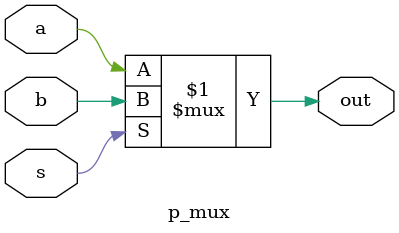
<source format=v>
module p_mux(a,b,s,out);
		input a, b;
		input s;
		output out;
		
		assign out = s ? b: a;
endmodule
</source>
